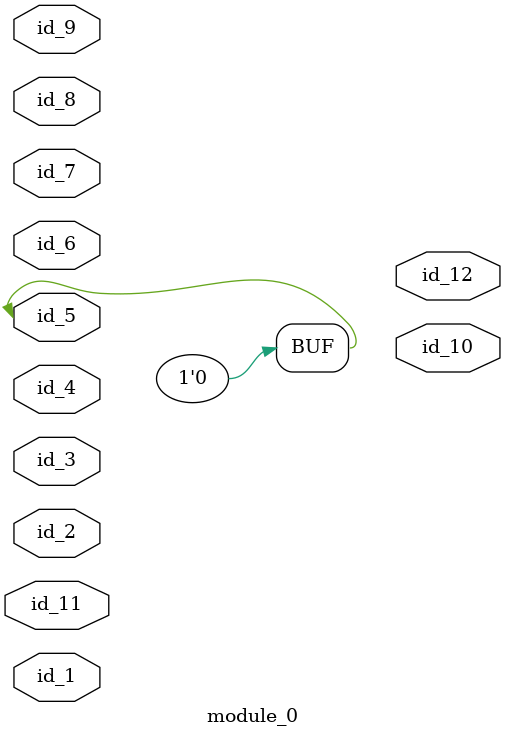
<source format=v>
module module_0 (
    id_1,
    id_2,
    id_3,
    id_4,
    id_5,
    id_6,
    id_7,
    id_8,
    id_9,
    id_10,
    id_11,
    id_12
);
  output id_12;
  inout id_11;
  output id_10;
  input id_9;
  input id_8;
  inout id_7;
  inout id_6;
  inout id_5;
  inout id_4;
  inout id_3;
  input id_2;
  inout id_1;
  assign id_5 = 1 - 1;
endmodule

</source>
